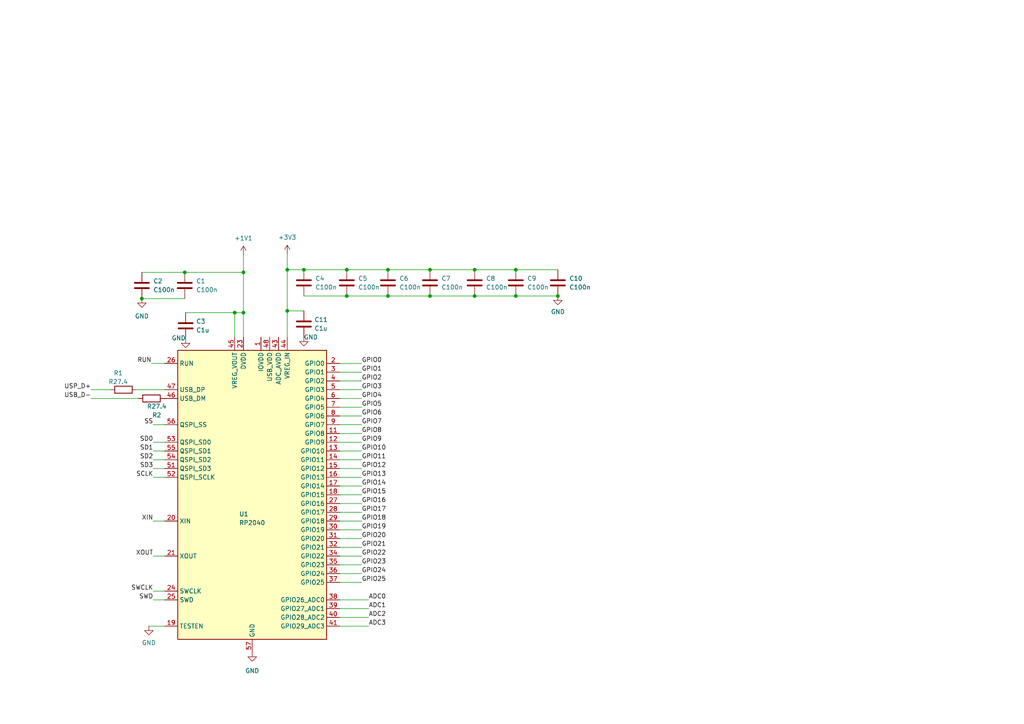
<source format=kicad_sch>
(kicad_sch (version 20231120) (generator "eeschema") (generator_version "8.0")
  (paper "A4")
  (lib_symbols
    (symbol "Device:C" (pin_numbers hide) (pin_names (offset 0.254))
      (property "Reference" "C" (at 0.635 2.54 0))
      (property "Value" "C" (at 0.635 -2.54 0))
      (symbol "C_0_1"
        (polyline (pts (xy -2.032 -0.762) (xy 2.032 -0.762)) (stroke (width 0.508)))
        (polyline (pts (xy -2.032 0.762) (xy 2.032 0.762)) (stroke (width 0.508)))
      )
      (symbol "C_1_1"
        (pin passive line (at 0 3.81 270) (length 2.794) (name "~") (number "1"))
        (pin passive line (at 0 -3.81 90) (length 2.794) (name "~") (number "2"))
      )
    )
    (symbol "Device:R" (pin_numbers hide) (pin_names (offset 0))
      (property "Reference" "R" (at 2.032 0 90))
      (property "Value" "R" (at 0 0 90))
      (symbol "R_0_1"
        (rectangle (start -1.016 -2.54) (end 1.016 2.54) (stroke (width 0.254)))
      )
      (symbol "R_1_1"
        (pin passive line (at 0 3.81 270) (length 1.27) (name "~") (number "1"))
        (pin passive line (at 0 -3.81 90) (length 1.27) (name "~") (number "2"))
      )
    )
    (symbol "MCU_RaspberryPi:RP2040"
      (property "Reference" "U" (at 17.78 45.72 0))
      (property "Value" "RP2040" (at 17.78 43.18 0))
      (symbol "RP2040_0_1"
        (rectangle (start -21.59 41.91) (end 21.59 -41.91) (stroke (width 0.254)) (fill (type background)))
      )
      (symbol "RP2040_1_1"
        (pin power_in line (at 2.54 45.72 270) (length 3.81) (name "IOVDD") (number "1"))
        (pin passive line (at 2.54 45.72 270) (length 3.81) hide (name "IOVDD") (number "10"))
        (pin bidirectional line (at 25.4 17.78 180) (length 3.81) (name "GPIO8") (number "11"))
        (pin bidirectional line (at 25.4 15.24 180) (length 3.81) (name "GPIO9") (number "12"))
        (pin bidirectional line (at 25.4 12.7 180) (length 3.81) (name "GPIO10") (number "13"))
        (pin bidirectional line (at 25.4 10.16 180) (length 3.81) (name "GPIO11") (number "14"))
        (pin bidirectional line (at 25.4 7.62 180) (length 3.81) (name "GPIO12") (number "15"))
        (pin bidirectional line (at 25.4 5.08 180) (length 3.81) (name "GPIO13") (number "16"))
        (pin bidirectional line (at 25.4 2.54 180) (length 3.81) (name "GPIO14") (number "17"))
        (pin bidirectional line (at 25.4 0 180) (length 3.81) (name "GPIO15") (number "18"))
        (pin input line (at -25.4 -38.1 0) (length 3.81) (name "TESTEN") (number "19"))
        (pin bidirectional line (at 25.4 38.1 180) (length 3.81) (name "GPIO0") (number "2"))
        (pin input line (at -25.4 -7.62 0) (length 3.81) (name "XIN") (number "20"))
        (pin passive line (at -25.4 -17.78 0) (length 3.81) (name "XOUT") (number "21"))
        (pin passive line (at 2.54 45.72 270) (length 3.81) hide (name "IOVDD") (number "22"))
        (pin power_in line (at -2.54 45.72 270) (length 3.81) (name "DVDD") (number "23"))
        (pin input line (at -25.4 -27.94 0) (length 3.81) (name "SWCLK") (number "24"))
        (pin bidirectional line (at -25.4 -30.48 0) (length 3.81) (name "SWD") (number "25"))
        (pin input line (at -25.4 38.1 0) (length 3.81) (name "RUN") (number "26"))
        (pin bidirectional line (at 25.4 -2.54 180) (length 3.81) (name "GPIO16") (number "27"))
        (pin bidirectional line (at 25.4 -5.08 180) (length 3.81) (name "GPIO17") (number "28"))
        (pin bidirectional line (at 25.4 -7.62 180) (length 3.81) (name "GPIO18") (number "29"))
        (pin bidirectional line (at 25.4 35.56 180) (length 3.81) (name "GPIO1") (number "3"))
        (pin bidirectional line (at 25.4 -10.16 180) (length 3.81) (name "GPIO19") (number "30"))
        (pin bidirectional line (at 25.4 -12.7 180) (length 3.81) (name "GPIO20") (number "31"))
        (pin bidirectional line (at 25.4 -15.24 180) (length 3.81) (name "GPIO21") (number "32"))
        (pin passive line (at 2.54 45.72 270) (length 3.81) hide (name "IOVDD") (number "33"))
        (pin bidirectional line (at 25.4 -17.78 180) (length 3.81) (name "GPIO22") (number "34"))
        (pin bidirectional line (at 25.4 -20.32 180) (length 3.81) (name "GPIO23") (number "35"))
        (pin bidirectional line (at 25.4 -22.86 180) (length 3.81) (name "GPIO24") (number "36"))
        (pin bidirectional line (at 25.4 -25.4 180) (length 3.81) (name "GPIO25") (number "37"))
        (pin bidirectional line (at 25.4 -30.48 180) (length 3.81) (name "GPIO26_ADC0") (number "38"))
        (pin bidirectional line (at 25.4 -33.02 180) (length 3.81) (name "GPIO27_ADC1") (number "39"))
        (pin bidirectional line (at 25.4 33.02 180) (length 3.81) (name "GPIO2") (number "4"))
        (pin bidirectional line (at 25.4 -35.56 180) (length 3.81) (name "GPIO28_ADC2") (number "40"))
        (pin bidirectional line (at 25.4 -38.1 180) (length 3.81) (name "GPIO29_ADC3") (number "41"))
        (pin passive line (at 2.54 45.72 270) (length 3.81) hide (name "IOVDD") (number "42"))
        (pin power_in line (at 7.62 45.72 270) (length 3.81) (name "ADC_AVDD") (number "43"))
        (pin power_in line (at 10.16 45.72 270) (length 3.81) (name "VREG_IN") (number "44"))
        (pin power_out line (at -5.08 45.72 270) (length 3.81) (name "VREG_VOUT") (number "45"))
        (pin bidirectional line (at -25.4 27.94 0) (length 3.81) (name "USB_DM") (number "46"))
        (pin bidirectional line (at -25.4 30.48 0) (length 3.81) (name "USB_DP") (number "47"))
        (pin power_in line (at 5.08 45.72 270) (length 3.81) (name "USB_VDD") (number "48"))
        (pin passive line (at 2.54 45.72 270) (length 3.81) hide (name "IOVDD") (number "49"))
        (pin bidirectional line (at 25.4 30.48 180) (length 3.81) (name "GPIO3") (number "5"))
        (pin passive line (at -2.54 45.72 270) (length 3.81) hide (name "DVDD") (number "50"))
        (pin bidirectional line (at -25.4 7.62 0) (length 3.81) (name "QSPI_SD3") (number "51"))
        (pin output line (at -25.4 5.08 0) (length 3.81) (name "QSPI_SCLK") (number "52"))
        (pin bidirectional line (at -25.4 15.24 0) (length 3.81) (name "QSPI_SD0") (number "53"))
        (pin bidirectional line (at -25.4 10.16 0) (length 3.81) (name "QSPI_SD2") (number "54"))
        (pin bidirectional line (at -25.4 12.7 0) (length 3.81) (name "QSPI_SD1") (number "55"))
        (pin bidirectional line (at -25.4 20.32 0) (length 3.81) (name "QSPI_SS") (number "56"))
        (pin power_in line (at 0 -45.72 90) (length 3.81) (name "GND") (number "57"))
        (pin bidirectional line (at 25.4 27.94 180) (length 3.81) (name "GPIO4") (number "6"))
        (pin bidirectional line (at 25.4 25.4 180) (length 3.81) (name "GPIO5") (number "7"))
        (pin bidirectional line (at 25.4 22.86 180) (length 3.81) (name "GPIO6") (number "8"))
        (pin bidirectional line (at 25.4 20.32 180) (length 3.81) (name "GPIO7") (number "9"))
      )
    )
    (symbol "power:+1V1" (power) (pin_numbers hide) (pin_names (offset 0) hide)
      (property "Value" "+1V1" (at 0 3.556 0))
      (symbol "+1V1_0_1"
        (polyline (pts (xy -0.762 1.27) (xy 0 2.54)))
        (polyline (pts (xy 0 0) (xy 0 2.54)))
        (polyline (pts (xy 0 2.54) (xy 0.762 1.27)))
      )
      (symbol "+1V1_1_1"
        (pin power_in line (at 0 0 90) (length 0) (name "~") (number "1"))
      )
    )
    (symbol "power:+3V3" (power) (pin_numbers hide) (pin_names (offset 0) hide)
      (property "Value" "+3V3" (at 0 3.556 0))
      (symbol "+3V3_0_1"
        (polyline (pts (xy -0.762 1.27) (xy 0 2.54)))
        (polyline (pts (xy 0 0) (xy 0 2.54)))
        (polyline (pts (xy 0 2.54) (xy 0.762 1.27)))
      )
      (symbol "+3V3_1_1"
        (pin power_in line (at 0 0 90) (length 0) (name "~") (number "1"))
      )
    )
    (symbol "power:GND" (power) (pin_numbers hide) (pin_names (offset 0) hide)
      (property "Value" "GND" (at 0 -3.81 0))
      (symbol "GND_0_1"
        (polyline (pts (xy 0 0) (xy 0 -1.27) (xy 1.27 -1.27) (xy 0 -2.54) (xy -1.27 -1.27) (xy 0 -1.27)))
      )
      (symbol "GND_1_1"
        (pin power_in line (at 0 0 270) (length 0) (name "~") (number "1"))
      )
    )
  )
  (junction (at 137.668 78.232))
  (junction (at 112.522 78.232))
  (junction (at 53.594 78.994))
  (junction (at 83.312 78.232))
  (junction (at 83.312 90.17))
  (junction (at 70.612 90.678))
  (junction (at 100.584 78.232))
  (junction (at 70.612 78.994))
  (junction (at 88.138 78.232))
  (junction (at 100.584 85.852))
  (junction (at 149.606 85.852))
  (junction (at 137.668 85.852))
  (junction (at 68.072 90.678))
  (junction (at 112.522 85.852))
  (junction (at 161.798 85.852))
  (junction (at 124.714 85.852))
  (junction (at 124.714 78.232))
  (junction (at 149.606 78.232))
  (junction (at 41.148 86.614))
  (wire (pts (xy 106.934 173.99) (xy 98.552 173.99)))
  (wire (pts (xy 104.902 158.75) (xy 98.552 158.75)))
  (wire (pts (xy 83.312 90.17) (xy 88.138 90.17)))
  (wire (pts (xy 41.148 78.994) (xy 53.594 78.994)))
  (wire (pts (xy 68.072 90.678) (xy 70.612 90.678)))
  (wire (pts (xy 112.522 78.232) (xy 124.714 78.232)))
  (wire (pts (xy 104.902 135.89) (xy 98.552 135.89)))
  (wire (pts (xy 104.902 153.67) (xy 98.552 153.67)))
  (wire (pts (xy 68.072 90.678) (xy 68.072 97.79)))
  (wire (pts (xy 44.45 173.99) (xy 47.752 173.99)))
  (wire (pts (xy 44.45 133.35) (xy 47.752 133.35)))
  (wire (pts (xy 26.416 113.03) (xy 32.004 113.03)))
  (wire (pts (xy 112.522 85.852) (xy 124.714 85.852)))
  (wire (pts (xy 124.714 85.852) (xy 137.668 85.852)))
  (wire (pts (xy 104.902 125.73) (xy 98.552 125.73)))
  (wire (pts (xy 106.934 181.61) (xy 98.552 181.61)))
  (wire (pts (xy 88.138 85.852) (xy 100.584 85.852)))
  (wire (pts (xy 104.902 123.19) (xy 98.552 123.19)))
  (wire (pts (xy 70.612 73.914) (xy 70.612 78.994)))
  (wire (pts (xy 39.624 113.03) (xy 47.752 113.03)))
  (wire (pts (xy 137.668 85.852) (xy 149.606 85.852)))
  (wire (pts (xy 104.902 110.49) (xy 98.552 110.49)))
  (wire (pts (xy 104.902 113.03) (xy 98.552 113.03)))
  (wire (pts (xy 53.848 90.678) (xy 68.072 90.678)))
  (wire (pts (xy 43.942 105.41) (xy 47.752 105.41)))
  (wire (pts (xy 124.714 78.232) (xy 137.668 78.232)))
  (wire (pts (xy 44.45 128.27) (xy 47.752 128.27)))
  (wire (pts (xy 104.902 168.91) (xy 98.552 168.91)))
  (wire (pts (xy 104.902 166.37) (xy 98.552 166.37)))
  (wire (pts (xy 104.902 120.65) (xy 98.552 120.65)))
  (wire (pts (xy 104.902 163.83) (xy 98.552 163.83)))
  (wire (pts (xy 104.902 128.27) (xy 98.552 128.27)))
  (wire (pts (xy 106.934 179.07) (xy 98.552 179.07)))
  (wire (pts (xy 149.606 78.232) (xy 161.798 78.232)))
  (wire (pts (xy 44.45 151.13) (xy 47.752 151.13)))
  (wire (pts (xy 104.902 140.97) (xy 98.552 140.97)))
  (wire (pts (xy 104.902 118.11) (xy 98.552 118.11)))
  (wire (pts (xy 41.148 86.614) (xy 53.594 86.614)))
  (wire (pts (xy 88.138 78.232) (xy 100.584 78.232)))
  (wire (pts (xy 44.45 123.19) (xy 47.752 123.19)))
  (wire (pts (xy 70.612 90.678) (xy 70.612 97.79)))
  (wire (pts (xy 104.902 105.41) (xy 98.552 105.41)))
  (wire (pts (xy 104.902 143.51) (xy 98.552 143.51)))
  (wire (pts (xy 44.45 171.45) (xy 47.752 171.45)))
  (wire (pts (xy 104.902 130.81) (xy 98.552 130.81)))
  (wire (pts (xy 83.312 90.17) (xy 83.312 97.79)))
  (wire (pts (xy 100.584 78.232) (xy 112.522 78.232)))
  (wire (pts (xy 104.902 146.05) (xy 98.552 146.05)))
  (wire (pts (xy 26.416 115.57) (xy 40.132 115.57)))
  (wire (pts (xy 100.584 85.852) (xy 112.522 85.852)))
  (wire (pts (xy 70.612 78.994) (xy 53.594 78.994)))
  (wire (pts (xy 44.45 130.81) (xy 47.752 130.81)))
  (wire (pts (xy 104.902 107.95) (xy 98.552 107.95)))
  (wire (pts (xy 104.902 138.43) (xy 98.552 138.43)))
  (wire (pts (xy 83.312 78.232) (xy 83.312 90.17)))
  (wire (pts (xy 104.902 161.29) (xy 98.552 161.29)))
  (wire (pts (xy 44.45 135.89) (xy 47.752 135.89)))
  (wire (pts (xy 104.902 115.57) (xy 98.552 115.57)))
  (wire (pts (xy 44.45 138.43) (xy 47.752 138.43)))
  (wire (pts (xy 149.606 85.852) (xy 161.798 85.852)))
  (wire (pts (xy 83.312 78.232) (xy 88.138 78.232)))
  (wire (pts (xy 104.902 151.13) (xy 98.552 151.13)))
  (wire (pts (xy 104.902 133.35) (xy 98.552 133.35)))
  (wire (pts (xy 104.902 156.21) (xy 98.552 156.21)))
  (wire (pts (xy 106.934 176.53) (xy 98.552 176.53)))
  (wire (pts (xy 70.612 78.994) (xy 70.612 90.678)))
  (wire (pts (xy 137.668 78.232) (xy 149.606 78.232)))
  (wire (pts (xy 83.312 73.66) (xy 83.312 78.232)))
  (wire (pts (xy 44.45 161.29) (xy 47.752 161.29)))
  (wire (pts (xy 43.18 181.61) (xy 47.752 181.61)))
  (wire (pts (xy 104.902 148.59) (xy 98.552 148.59)))
  (label "SS" (at 44.45 123.19 180))
  (label "SD2" (at 44.45 133.35 180))
  (label "GPIO5" (at 104.902 118.11 0))
  (label "GPIO12" (at 104.902 135.89 0))
  (label "GPIO1" (at 104.902 107.95 0))
  (label "GPIO13" (at 104.902 138.43 0))
  (label "ADC2" (at 106.934 179.07 0))
  (label "GPIO22" (at 104.902 161.29 0))
  (label "GPIO9" (at 104.902 128.27 0))
  (label "SD1" (at 44.45 130.81 180))
  (label "GPIO14" (at 104.902 140.97 0))
  (label "RUN" (at 43.942 105.41 180))
  (label "GPIO0" (at 104.902 105.41 0))
  (label "GPIO25" (at 104.902 168.91 0))
  (label "SCLK" (at 44.45 138.43 180))
  (label "GPIO8" (at 104.902 125.73 0))
  (label "GPIO11" (at 104.902 133.35 0))
  (label "GPIO15" (at 104.902 143.51 0))
  (label "GPIO24" (at 104.902 166.37 0))
  (label "GPIO17" (at 104.902 148.59 0))
  (label "GPIO20" (at 104.902 156.21 0))
  (label "ADC1" (at 106.934 176.53 0))
  (label "GPIO4" (at 104.902 115.57 0))
  (label "GPIO16" (at 104.902 146.05 0))
  (label "ADC3" (at 106.934 181.61 0))
  (label "GPIO23" (at 104.902 163.83 0))
  (label "GPIO19" (at 104.902 153.67 0))
  (label "USB_D-" (at 26.416 115.57 180))
  (label "GPIO6" (at 104.902 120.65 0))
  (label "USP_D+" (at 26.416 113.03 180))
  (label "GPIO21" (at 104.902 158.75 0))
  (label "SD0" (at 44.45 128.27 180))
  (label "GPIO10" (at 104.902 130.81 0))
  (label "XOUT" (at 44.45 161.29 180))
  (label "GPIO7" (at 104.902 123.19 0))
  (label "GPIO3" (at 104.902 113.03 0))
  (label "SWD" (at 44.45 173.99 180))
  (label "SD3" (at 44.45 135.89 180))
  (label "GPIO18" (at 104.902 151.13 0))
  (label "GPIO2" (at 104.902 110.49 0))
  (label "XIN" (at 44.45 151.13 180))
  (label "SWCLK" (at 44.45 171.45 180))
  (label "ADC0" (at 106.934 173.99 0))
  (symbol (lib_id "power:GND") (at 43.18 181.61 0) (unit 1)
    (property "Reference" "#PWR02" (effects (hide yes)))
    (property "Value" "GND" (at 43.18 186.436 0))
    (property "Description" "Power symbol creates a global label with name \"GND\" , ground" (effects (hide yes)))
  )
  (symbol (lib_id "Device:C") (at 161.798 82.042 0) (unit 1)
    (property "Reference" "C10" (at 165.1 80.7719 0) (effects (justify left)))
    (property "Value" "C100n" (at 165.1 83.3119 0) (effects (justify left)))
    (property "Footprint" "Capacitor_SMD:C_0402_1005Metric_Pad0.74x0.62mm_HandSolder" (effects (hide yes)))
    (property "Description" "Unpolarized capacitor" (effects (hide yes)))
  )
  (symbol (lib_id "power:GND") (at 73.152 189.23 0) (unit 1)
    (property "Reference" "#PWR01" (effects (hide yes)))
    (property "Value" "GND" (at 73.152 194.564 0))
    (property "Description" "Power symbol creates a global label with name \"GND\" , ground" (effects (hide yes)))
  )
  (symbol (lib_id "Device:C") (at 88.138 82.042 0) (unit 1)
    (property "Reference" "C4" (at 91.44 80.7719 0) (effects (justify left)))
    (property "Value" "C100n" (at 91.44 83.3119 0) (effects (justify left)))
    (property "Footprint" "Capacitor_SMD:C_0402_1005Metric_Pad0.74x0.62mm_HandSolder" (effects (hide yes)))
    (property "Description" "Unpolarized capacitor" (effects (hide yes)))
  )
  (symbol (lib_id "power:GND") (at 53.848 98.298 0) (unit 1)
    (property "Reference" "#PWR05" (effects (hide yes)))
    (property "Value" "GND" (at 51.816 98.044 0))
    (property "Description" "Power symbol creates a global label with name \"GND\" , ground" (effects (hide yes)))
  )
  (symbol (lib_id "Device:R") (at 35.814 113.03 90) (unit 1)
    (property "Reference" "R1" (at 34.29 108.204 90))
    (property "Value" "R27.4" (at 34.29 110.744 90))
    (property "Footprint" "Resistor_SMD:R_0402_1005Metric_Pad0.72x0.64mm_HandSolder" (effects (hide yes)))
    (property "Description" "Resistor" (effects (hide yes)))
  )
  (symbol (lib_id "Device:C") (at 41.148 82.804 0) (unit 1)
    (property "Reference" "C2" (at 44.45 81.5339 0) (effects (justify left)))
    (property "Value" "C100n" (at 44.45 84.0739 0) (effects (justify left)))
    (property "Footprint" "Capacitor_SMD:C_0402_1005Metric_Pad0.74x0.62mm_HandSolder" (effects (hide yes)))
    (property "Description" "Unpolarized capacitor" (effects (hide yes)))
  )
  (symbol (lib_id "Device:R") (at 43.942 115.57 270) (unit 1)
    (property "Reference" "R2" (at 45.466 120.396 90))
    (property "Value" "R27.4" (at 45.466 117.856 90))
    (property "Footprint" "Resistor_SMD:R_0402_1005Metric_Pad0.72x0.64mm_HandSolder" (effects (hide yes)))
    (property "Description" "Resistor" (effects (hide yes)))
  )
  (symbol (lib_id "Device:C") (at 112.522 82.042 0) (unit 1)
    (property "Reference" "C6" (at 115.824 80.7719 0) (effects (justify left)))
    (property "Value" "C100n" (at 115.824 83.3119 0) (effects (justify left)))
    (property "Footprint" "Capacitor_SMD:C_0402_1005Metric_Pad0.74x0.62mm_HandSolder" (effects (hide yes)))
    (property "Description" "Unpolarized capacitor" (effects (hide yes)))
  )
  (symbol (lib_id "power:GND") (at 41.148 86.614 0) (unit 1)
    (property "Reference" "#PWR04" (effects (hide yes)))
    (property "Value" "GND" (at 41.148 91.694 0))
    (property "Description" "Power symbol creates a global label with name \"GND\" , ground" (effects (hide yes)))
  )
  (symbol (lib_id "power:GND") (at 161.798 85.852 0) (unit 1)
    (property "Reference" "#PWR07" (effects (hide yes)))
    (property "Value" "GND" (at 161.798 90.424 0))
    (property "Description" "Power symbol creates a global label with name \"GND\" , ground" (effects (hide yes)))
  )
  (symbol (lib_id "Device:C") (at 124.714 82.042 0) (unit 1)
    (property "Reference" "C7" (at 128.016 80.7719 0) (effects (justify left)))
    (property "Value" "C100n" (at 128.016 83.3119 0) (effects (justify left)))
    (property "Footprint" "Capacitor_SMD:C_0402_1005Metric_Pad0.74x0.62mm_HandSolder" (effects (hide yes)))
    (property "Description" "Unpolarized capacitor" (effects (hide yes)))
  )
  (symbol (lib_id "Device:C") (at 100.584 82.042 0) (unit 1)
    (property "Reference" "C5" (at 103.886 80.7719 0) (effects (justify left)))
    (property "Value" "C100n" (at 103.886 83.3119 0) (effects (justify left)))
    (property "Footprint" "Capacitor_SMD:C_0402_1005Metric_Pad0.74x0.62mm_HandSolder" (effects (hide yes)))
    (property "Description" "Unpolarized capacitor" (effects (hide yes)))
  )
  (symbol (lib_id "Device:C") (at 149.606 82.042 0) (unit 1)
    (property "Reference" "C9" (at 152.908 80.7719 0) (effects (justify left)))
    (property "Value" "C100n" (at 152.908 83.3119 0) (effects (justify left)))
    (property "Footprint" "Capacitor_SMD:C_0402_1005Metric_Pad0.74x0.62mm_HandSolder" (effects (hide yes)))
    (property "Description" "Unpolarized capacitor" (effects (hide yes)))
  )
  (symbol (lib_id "power:+3V3") (at 83.312 73.66 0) (unit 1)
    (property "Reference" "#PWR06" (effects (hide yes)))
    (property "Value" "+3V3" (at 83.312 68.834 0))
    (property "Description" "Power symbol creates a global label with name \"+3V3\"" (effects (hide yes)))
  )
  (symbol (lib_id "power:GND") (at 88.138 97.79 0) (unit 1)
    (property "Reference" "#PWR08" (effects (hide yes)))
    (property "Value" "GND" (at 90.17 97.79 0))
    (property "Description" "Power symbol creates a global label with name \"GND\" , ground" (effects (hide yes)))
  )
  (symbol (lib_id "Device:C") (at 53.594 82.804 0) (unit 1)
    (property "Reference" "C1" (at 56.896 81.5339 0) (effects (justify left)))
    (property "Value" "C100n" (at 56.896 84.0739 0) (effects (justify left)))
    (property "Footprint" "Capacitor_SMD:C_0402_1005Metric_Pad0.74x0.62mm_HandSolder" (effects (hide yes)))
    (property "Description" "Unpolarized capacitor" (effects (hide yes)))
  )
  (symbol (lib_id "Device:C") (at 53.848 94.488 0) (unit 1)
    (property "Reference" "C3" (at 56.896 93.2179 0) (effects (justify left)))
    (property "Value" "C1u" (at 56.896 95.7579 0) (effects (justify left)))
    (property "Footprint" "Capacitor_SMD:C_0402_1005Metric_Pad0.74x0.62mm_HandSolder" (effects (hide yes)))
    (property "Description" "Unpolarized capacitor" (effects (hide yes)))
  )
  (symbol (lib_id "Device:C") (at 137.668 82.042 0) (unit 1)
    (property "Reference" "C8" (at 140.97 80.7719 0) (effects (justify left)))
    (property "Value" "C100n" (at 140.97 83.3119 0) (effects (justify left)))
    (property "Footprint" "Capacitor_SMD:C_0402_1005Metric_Pad0.74x0.62mm_HandSolder" (effects (hide yes)))
    (property "Description" "Unpolarized capacitor" (effects (hide yes)))
  )
  (symbol (lib_id "Device:C") (at 88.138 93.98 0) (unit 1)
    (property "Reference" "C11" (at 91.186 92.7099 0) (effects (justify left)))
    (property "Value" "C1u" (at 91.186 95.2499 0) (effects (justify left)))
    (property "Footprint" "Capacitor_SMD:C_0402_1005Metric_Pad0.74x0.62mm_HandSolder" (effects (hide yes)))
    (property "Description" "Unpolarized capacitor" (effects (hide yes)))
  )
  (symbol (lib_id "MCU_RaspberryPi:RP2040") (at 73.152 143.51 0) (unit 1)
    (property "Reference" "U1" (at 69.342 149.098 0) (effects (justify left)))
    (property "Value" "RP2040" (at 69.342 151.638 0) (effects (justify left)))
    (property "Footprint" "Package_DFN_QFN:QFN-56-1EP_7x7mm_P0.4mm_EP3.2x3.2mm" (effects (hide yes)))
    (property "Datasheet" "https://datasheets.raspberrypi.com/rp2040/rp2040-datasheet.pdf" (effects (hide yes)))
    (property "Description" "A microcontroller by Raspberry Pi" (effects (hide yes)))
  )
  (symbol (lib_id "power:+1V1") (at 70.612 73.914 0) (unit 1)
    (property "Reference" "#PWR03" (effects (hide yes)))
    (property "Value" "+1V1" (at 70.612 69.088 0))
    (property "Description" "Power symbol creates a global label with name \"+1V1\"" (effects (hide yes)))
  )
)
</source>
